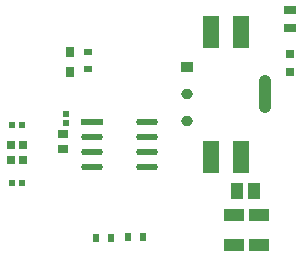
<source format=gtp>
G04*
G04 #@! TF.GenerationSoftware,Altium Limited,Altium Designer,24.5.2 (23)*
G04*
G04 Layer_Color=8421504*
%FSLAX44Y44*%
%MOMM*%
G71*
G04*
G04 #@! TF.SameCoordinates,BBD7BA97-53B7-428A-B693-6A0B443125F4*
G04*
G04*
G04 #@! TF.FilePolarity,Positive*
G04*
G01*
G75*
%ADD15R,0.6750X0.7750*%
%ADD16R,0.5200X0.5200*%
%ADD17R,0.6000X0.8000*%
%ADD18R,0.8000X0.8000*%
%ADD19R,1.0043X0.8721*%
G04:AMPARAMS|DCode=20|XSize=1.0043mm|YSize=0.8721mm|CornerRadius=0.4361mm|HoleSize=0mm|Usage=FLASHONLY|Rotation=0.000|XOffset=0mm|YOffset=0mm|HoleType=Round|Shape=RoundedRectangle|*
%AMROUNDEDRECTD20*
21,1,1.0043,0.0000,0,0,0.0*
21,1,0.1322,0.8721,0,0,0.0*
1,1,0.8721,0.0661,0.0000*
1,1,0.8721,-0.0661,0.0000*
1,1,0.8721,-0.0661,0.0000*
1,1,0.8721,0.0661,0.0000*
%
%ADD20ROUNDEDRECTD20*%
G04:AMPARAMS|DCode=21|XSize=1.0043mm|YSize=3.1821mm|CornerRadius=0.4369mm|HoleSize=0mm|Usage=FLASHONLY|Rotation=0.000|XOffset=0mm|YOffset=0mm|HoleType=Round|Shape=RoundedRectangle|*
%AMROUNDEDRECTD21*
21,1,1.0043,2.3084,0,0,0.0*
21,1,0.1306,3.1821,0,0,0.0*
1,1,0.8737,0.0653,-1.1542*
1,1,0.8737,-0.0653,-1.1542*
1,1,0.8737,-0.0653,1.1542*
1,1,0.8737,0.0653,1.1542*
%
%ADD21ROUNDEDRECTD21*%
%ADD22R,1.0000X0.7500*%
%ADD23R,1.7000X1.1000*%
%ADD24R,1.8741X0.5421*%
G04:AMPARAMS|DCode=25|XSize=1.8741mm|YSize=0.5421mm|CornerRadius=0.2711mm|HoleSize=0mm|Usage=FLASHONLY|Rotation=0.000|XOffset=0mm|YOffset=0mm|HoleType=Round|Shape=RoundedRectangle|*
%AMROUNDEDRECTD25*
21,1,1.8741,0.0000,0,0,0.0*
21,1,1.3319,0.5421,0,0,0.0*
1,1,0.5421,0.6660,0.0000*
1,1,0.5421,-0.6660,0.0000*
1,1,0.5421,-0.6660,0.0000*
1,1,0.5421,0.6660,0.0000*
%
%ADD25ROUNDEDRECTD25*%
%ADD26R,0.5200X0.5200*%
%ADD27R,0.8000X0.9000*%
%ADD28R,0.8000X0.6000*%
%ADD29R,1.0549X1.3562*%
%ADD30R,1.4000X2.8000*%
%ADD31R,0.9000X0.8000*%
D15*
X918000Y1000250D02*
D03*
Y987500D02*
D03*
X908250Y1000250D02*
D03*
Y987500D02*
D03*
D16*
X917250Y1016500D02*
D03*
X909250D02*
D03*
X917000Y968000D02*
D03*
X909000D02*
D03*
D17*
X1007000Y922000D02*
D03*
X1020000D02*
D03*
X992750Y921500D02*
D03*
X979750D02*
D03*
D18*
X1144000Y1077000D02*
D03*
Y1062000D02*
D03*
D19*
X1057050Y1065900D02*
D03*
D20*
Y1043000D02*
D03*
Y1020100D02*
D03*
D21*
X1122950Y1043000D02*
D03*
D22*
X1144000Y1114000D02*
D03*
Y1099000D02*
D03*
D23*
X1118000Y915000D02*
D03*
Y941000D02*
D03*
X1097000Y915000D02*
D03*
Y941000D02*
D03*
D24*
X976839Y1019050D02*
D03*
D25*
Y1006350D02*
D03*
Y993650D02*
D03*
Y980950D02*
D03*
X1023161D02*
D03*
Y993650D02*
D03*
Y1006350D02*
D03*
Y1019050D02*
D03*
D26*
X954750Y1018500D02*
D03*
Y1026500D02*
D03*
D27*
X958000Y1079000D02*
D03*
Y1062000D02*
D03*
D28*
X973000Y1078500D02*
D03*
Y1064000D02*
D03*
D29*
X1114007Y961250D02*
D03*
X1099493D02*
D03*
D30*
X1103000Y990000D02*
D03*
X1077000D02*
D03*
Y1096000D02*
D03*
X1103000D02*
D03*
D31*
X952500Y996750D02*
D03*
Y1009250D02*
D03*
M02*

</source>
